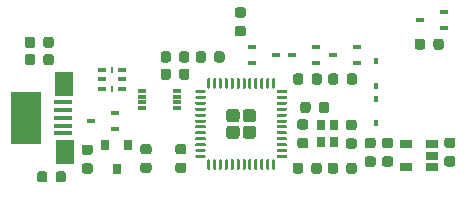
<source format=gbr>
G04 #@! TF.GenerationSoftware,KiCad,Pcbnew,(5.1.8-0-10_14)*
G04 #@! TF.CreationDate,2020-12-21T23:46:11-08:00*
G04 #@! TF.ProjectId,Compact,436f6d70-6163-4742-9e6b-696361645f70,rev?*
G04 #@! TF.SameCoordinates,Original*
G04 #@! TF.FileFunction,Paste,Top*
G04 #@! TF.FilePolarity,Positive*
%FSLAX46Y46*%
G04 Gerber Fmt 4.6, Leading zero omitted, Abs format (unit mm)*
G04 Created by KiCad (PCBNEW (5.1.8-0-10_14)) date 2020-12-21 23:46:11*
%MOMM*%
%LPD*%
G01*
G04 APERTURE LIST*
%ADD10R,0.700000X0.450000*%
%ADD11R,0.250000X0.600000*%
%ADD12R,0.700000X0.400000*%
%ADD13R,0.800000X0.350000*%
%ADD14R,0.450000X0.600000*%
%ADD15R,0.750000X0.300000*%
%ADD16R,1.060000X0.650000*%
%ADD17R,0.800000X0.900000*%
%ADD18R,2.500000X4.400000*%
%ADD19R,1.650000X0.400000*%
%ADD20R,1.500000X2.000000*%
G04 APERTURE END LIST*
D10*
X134950000Y-100820000D03*
X134950000Y-99520000D03*
X132950000Y-100170000D03*
D11*
X134710000Y-97425000D03*
X134710000Y-95825000D03*
D12*
X135560000Y-95825000D03*
X135560000Y-97425000D03*
D13*
X135560000Y-96625000D03*
D12*
X133860000Y-97425000D03*
D13*
X133860000Y-96625000D03*
D12*
X133860000Y-95825000D03*
D14*
X157075000Y-100375000D03*
X157075000Y-98275000D03*
X157075000Y-97175000D03*
X157075000Y-95075000D03*
D15*
X140200000Y-97600000D03*
X140200000Y-98100000D03*
X140200000Y-98600000D03*
X140200000Y-99100000D03*
X137300000Y-99100000D03*
X137300000Y-98600000D03*
X137300000Y-98100000D03*
X137300000Y-97600000D03*
G36*
G01*
X148525000Y-103487500D02*
X148525000Y-104237500D01*
G75*
G02*
X148462500Y-104300000I-62500J0D01*
G01*
X148337500Y-104300000D01*
G75*
G02*
X148275000Y-104237500I0J62500D01*
G01*
X148275000Y-103487500D01*
G75*
G02*
X148337500Y-103425000I62500J0D01*
G01*
X148462500Y-103425000D01*
G75*
G02*
X148525000Y-103487500I0J-62500D01*
G01*
G37*
G36*
G01*
X148025000Y-103487500D02*
X148025000Y-104237500D01*
G75*
G02*
X147962500Y-104300000I-62500J0D01*
G01*
X147837500Y-104300000D01*
G75*
G02*
X147775000Y-104237500I0J62500D01*
G01*
X147775000Y-103487500D01*
G75*
G02*
X147837500Y-103425000I62500J0D01*
G01*
X147962500Y-103425000D01*
G75*
G02*
X148025000Y-103487500I0J-62500D01*
G01*
G37*
G36*
G01*
X147525000Y-103487500D02*
X147525000Y-104237500D01*
G75*
G02*
X147462500Y-104300000I-62500J0D01*
G01*
X147337500Y-104300000D01*
G75*
G02*
X147275000Y-104237500I0J62500D01*
G01*
X147275000Y-103487500D01*
G75*
G02*
X147337500Y-103425000I62500J0D01*
G01*
X147462500Y-103425000D01*
G75*
G02*
X147525000Y-103487500I0J-62500D01*
G01*
G37*
G36*
G01*
X147025000Y-103487500D02*
X147025000Y-104237500D01*
G75*
G02*
X146962500Y-104300000I-62500J0D01*
G01*
X146837500Y-104300000D01*
G75*
G02*
X146775000Y-104237500I0J62500D01*
G01*
X146775000Y-103487500D01*
G75*
G02*
X146837500Y-103425000I62500J0D01*
G01*
X146962500Y-103425000D01*
G75*
G02*
X147025000Y-103487500I0J-62500D01*
G01*
G37*
G36*
G01*
X146525000Y-103487500D02*
X146525000Y-104237500D01*
G75*
G02*
X146462500Y-104300000I-62500J0D01*
G01*
X146337500Y-104300000D01*
G75*
G02*
X146275000Y-104237500I0J62500D01*
G01*
X146275000Y-103487500D01*
G75*
G02*
X146337500Y-103425000I62500J0D01*
G01*
X146462500Y-103425000D01*
G75*
G02*
X146525000Y-103487500I0J-62500D01*
G01*
G37*
G36*
G01*
X146025000Y-103487500D02*
X146025000Y-104237500D01*
G75*
G02*
X145962500Y-104300000I-62500J0D01*
G01*
X145837500Y-104300000D01*
G75*
G02*
X145775000Y-104237500I0J62500D01*
G01*
X145775000Y-103487500D01*
G75*
G02*
X145837500Y-103425000I62500J0D01*
G01*
X145962500Y-103425000D01*
G75*
G02*
X146025000Y-103487500I0J-62500D01*
G01*
G37*
G36*
G01*
X145525000Y-103487500D02*
X145525000Y-104237500D01*
G75*
G02*
X145462500Y-104300000I-62500J0D01*
G01*
X145337500Y-104300000D01*
G75*
G02*
X145275000Y-104237500I0J62500D01*
G01*
X145275000Y-103487500D01*
G75*
G02*
X145337500Y-103425000I62500J0D01*
G01*
X145462500Y-103425000D01*
G75*
G02*
X145525000Y-103487500I0J-62500D01*
G01*
G37*
G36*
G01*
X145025000Y-103487500D02*
X145025000Y-104237500D01*
G75*
G02*
X144962500Y-104300000I-62500J0D01*
G01*
X144837500Y-104300000D01*
G75*
G02*
X144775000Y-104237500I0J62500D01*
G01*
X144775000Y-103487500D01*
G75*
G02*
X144837500Y-103425000I62500J0D01*
G01*
X144962500Y-103425000D01*
G75*
G02*
X145025000Y-103487500I0J-62500D01*
G01*
G37*
G36*
G01*
X144525000Y-103487500D02*
X144525000Y-104237500D01*
G75*
G02*
X144462500Y-104300000I-62500J0D01*
G01*
X144337500Y-104300000D01*
G75*
G02*
X144275000Y-104237500I0J62500D01*
G01*
X144275000Y-103487500D01*
G75*
G02*
X144337500Y-103425000I62500J0D01*
G01*
X144462500Y-103425000D01*
G75*
G02*
X144525000Y-103487500I0J-62500D01*
G01*
G37*
G36*
G01*
X144025000Y-103487500D02*
X144025000Y-104237500D01*
G75*
G02*
X143962500Y-104300000I-62500J0D01*
G01*
X143837500Y-104300000D01*
G75*
G02*
X143775000Y-104237500I0J62500D01*
G01*
X143775000Y-103487500D01*
G75*
G02*
X143837500Y-103425000I62500J0D01*
G01*
X143962500Y-103425000D01*
G75*
G02*
X144025000Y-103487500I0J-62500D01*
G01*
G37*
G36*
G01*
X143525000Y-103487500D02*
X143525000Y-104237500D01*
G75*
G02*
X143462500Y-104300000I-62500J0D01*
G01*
X143337500Y-104300000D01*
G75*
G02*
X143275000Y-104237500I0J62500D01*
G01*
X143275000Y-103487500D01*
G75*
G02*
X143337500Y-103425000I62500J0D01*
G01*
X143462500Y-103425000D01*
G75*
G02*
X143525000Y-103487500I0J-62500D01*
G01*
G37*
G36*
G01*
X143025000Y-103487500D02*
X143025000Y-104237500D01*
G75*
G02*
X142962500Y-104300000I-62500J0D01*
G01*
X142837500Y-104300000D01*
G75*
G02*
X142775000Y-104237500I0J62500D01*
G01*
X142775000Y-103487500D01*
G75*
G02*
X142837500Y-103425000I62500J0D01*
G01*
X142962500Y-103425000D01*
G75*
G02*
X143025000Y-103487500I0J-62500D01*
G01*
G37*
G36*
G01*
X142650000Y-103112500D02*
X142650000Y-103237500D01*
G75*
G02*
X142587500Y-103300000I-62500J0D01*
G01*
X141837500Y-103300000D01*
G75*
G02*
X141775000Y-103237500I0J62500D01*
G01*
X141775000Y-103112500D01*
G75*
G02*
X141837500Y-103050000I62500J0D01*
G01*
X142587500Y-103050000D01*
G75*
G02*
X142650000Y-103112500I0J-62500D01*
G01*
G37*
G36*
G01*
X142650000Y-102612500D02*
X142650000Y-102737500D01*
G75*
G02*
X142587500Y-102800000I-62500J0D01*
G01*
X141837500Y-102800000D01*
G75*
G02*
X141775000Y-102737500I0J62500D01*
G01*
X141775000Y-102612500D01*
G75*
G02*
X141837500Y-102550000I62500J0D01*
G01*
X142587500Y-102550000D01*
G75*
G02*
X142650000Y-102612500I0J-62500D01*
G01*
G37*
G36*
G01*
X142650000Y-102112500D02*
X142650000Y-102237500D01*
G75*
G02*
X142587500Y-102300000I-62500J0D01*
G01*
X141837500Y-102300000D01*
G75*
G02*
X141775000Y-102237500I0J62500D01*
G01*
X141775000Y-102112500D01*
G75*
G02*
X141837500Y-102050000I62500J0D01*
G01*
X142587500Y-102050000D01*
G75*
G02*
X142650000Y-102112500I0J-62500D01*
G01*
G37*
G36*
G01*
X142650000Y-101612500D02*
X142650000Y-101737500D01*
G75*
G02*
X142587500Y-101800000I-62500J0D01*
G01*
X141837500Y-101800000D01*
G75*
G02*
X141775000Y-101737500I0J62500D01*
G01*
X141775000Y-101612500D01*
G75*
G02*
X141837500Y-101550000I62500J0D01*
G01*
X142587500Y-101550000D01*
G75*
G02*
X142650000Y-101612500I0J-62500D01*
G01*
G37*
G36*
G01*
X142650000Y-101112500D02*
X142650000Y-101237500D01*
G75*
G02*
X142587500Y-101300000I-62500J0D01*
G01*
X141837500Y-101300000D01*
G75*
G02*
X141775000Y-101237500I0J62500D01*
G01*
X141775000Y-101112500D01*
G75*
G02*
X141837500Y-101050000I62500J0D01*
G01*
X142587500Y-101050000D01*
G75*
G02*
X142650000Y-101112500I0J-62500D01*
G01*
G37*
G36*
G01*
X142650000Y-100612500D02*
X142650000Y-100737500D01*
G75*
G02*
X142587500Y-100800000I-62500J0D01*
G01*
X141837500Y-100800000D01*
G75*
G02*
X141775000Y-100737500I0J62500D01*
G01*
X141775000Y-100612500D01*
G75*
G02*
X141837500Y-100550000I62500J0D01*
G01*
X142587500Y-100550000D01*
G75*
G02*
X142650000Y-100612500I0J-62500D01*
G01*
G37*
G36*
G01*
X142650000Y-100112500D02*
X142650000Y-100237500D01*
G75*
G02*
X142587500Y-100300000I-62500J0D01*
G01*
X141837500Y-100300000D01*
G75*
G02*
X141775000Y-100237500I0J62500D01*
G01*
X141775000Y-100112500D01*
G75*
G02*
X141837500Y-100050000I62500J0D01*
G01*
X142587500Y-100050000D01*
G75*
G02*
X142650000Y-100112500I0J-62500D01*
G01*
G37*
G36*
G01*
X142650000Y-99612500D02*
X142650000Y-99737500D01*
G75*
G02*
X142587500Y-99800000I-62500J0D01*
G01*
X141837500Y-99800000D01*
G75*
G02*
X141775000Y-99737500I0J62500D01*
G01*
X141775000Y-99612500D01*
G75*
G02*
X141837500Y-99550000I62500J0D01*
G01*
X142587500Y-99550000D01*
G75*
G02*
X142650000Y-99612500I0J-62500D01*
G01*
G37*
G36*
G01*
X142650000Y-99112500D02*
X142650000Y-99237500D01*
G75*
G02*
X142587500Y-99300000I-62500J0D01*
G01*
X141837500Y-99300000D01*
G75*
G02*
X141775000Y-99237500I0J62500D01*
G01*
X141775000Y-99112500D01*
G75*
G02*
X141837500Y-99050000I62500J0D01*
G01*
X142587500Y-99050000D01*
G75*
G02*
X142650000Y-99112500I0J-62500D01*
G01*
G37*
G36*
G01*
X142650000Y-98612500D02*
X142650000Y-98737500D01*
G75*
G02*
X142587500Y-98800000I-62500J0D01*
G01*
X141837500Y-98800000D01*
G75*
G02*
X141775000Y-98737500I0J62500D01*
G01*
X141775000Y-98612500D01*
G75*
G02*
X141837500Y-98550000I62500J0D01*
G01*
X142587500Y-98550000D01*
G75*
G02*
X142650000Y-98612500I0J-62500D01*
G01*
G37*
G36*
G01*
X142650000Y-98112500D02*
X142650000Y-98237500D01*
G75*
G02*
X142587500Y-98300000I-62500J0D01*
G01*
X141837500Y-98300000D01*
G75*
G02*
X141775000Y-98237500I0J62500D01*
G01*
X141775000Y-98112500D01*
G75*
G02*
X141837500Y-98050000I62500J0D01*
G01*
X142587500Y-98050000D01*
G75*
G02*
X142650000Y-98112500I0J-62500D01*
G01*
G37*
G36*
G01*
X142650000Y-97612500D02*
X142650000Y-97737500D01*
G75*
G02*
X142587500Y-97800000I-62500J0D01*
G01*
X141837500Y-97800000D01*
G75*
G02*
X141775000Y-97737500I0J62500D01*
G01*
X141775000Y-97612500D01*
G75*
G02*
X141837500Y-97550000I62500J0D01*
G01*
X142587500Y-97550000D01*
G75*
G02*
X142650000Y-97612500I0J-62500D01*
G01*
G37*
G36*
G01*
X143025000Y-96612500D02*
X143025000Y-97362500D01*
G75*
G02*
X142962500Y-97425000I-62500J0D01*
G01*
X142837500Y-97425000D01*
G75*
G02*
X142775000Y-97362500I0J62500D01*
G01*
X142775000Y-96612500D01*
G75*
G02*
X142837500Y-96550000I62500J0D01*
G01*
X142962500Y-96550000D01*
G75*
G02*
X143025000Y-96612500I0J-62500D01*
G01*
G37*
G36*
G01*
X143525000Y-96612500D02*
X143525000Y-97362500D01*
G75*
G02*
X143462500Y-97425000I-62500J0D01*
G01*
X143337500Y-97425000D01*
G75*
G02*
X143275000Y-97362500I0J62500D01*
G01*
X143275000Y-96612500D01*
G75*
G02*
X143337500Y-96550000I62500J0D01*
G01*
X143462500Y-96550000D01*
G75*
G02*
X143525000Y-96612500I0J-62500D01*
G01*
G37*
G36*
G01*
X144025000Y-96612500D02*
X144025000Y-97362500D01*
G75*
G02*
X143962500Y-97425000I-62500J0D01*
G01*
X143837500Y-97425000D01*
G75*
G02*
X143775000Y-97362500I0J62500D01*
G01*
X143775000Y-96612500D01*
G75*
G02*
X143837500Y-96550000I62500J0D01*
G01*
X143962500Y-96550000D01*
G75*
G02*
X144025000Y-96612500I0J-62500D01*
G01*
G37*
G36*
G01*
X144525000Y-96612500D02*
X144525000Y-97362500D01*
G75*
G02*
X144462500Y-97425000I-62500J0D01*
G01*
X144337500Y-97425000D01*
G75*
G02*
X144275000Y-97362500I0J62500D01*
G01*
X144275000Y-96612500D01*
G75*
G02*
X144337500Y-96550000I62500J0D01*
G01*
X144462500Y-96550000D01*
G75*
G02*
X144525000Y-96612500I0J-62500D01*
G01*
G37*
G36*
G01*
X145025000Y-96612500D02*
X145025000Y-97362500D01*
G75*
G02*
X144962500Y-97425000I-62500J0D01*
G01*
X144837500Y-97425000D01*
G75*
G02*
X144775000Y-97362500I0J62500D01*
G01*
X144775000Y-96612500D01*
G75*
G02*
X144837500Y-96550000I62500J0D01*
G01*
X144962500Y-96550000D01*
G75*
G02*
X145025000Y-96612500I0J-62500D01*
G01*
G37*
G36*
G01*
X145525000Y-96612500D02*
X145525000Y-97362500D01*
G75*
G02*
X145462500Y-97425000I-62500J0D01*
G01*
X145337500Y-97425000D01*
G75*
G02*
X145275000Y-97362500I0J62500D01*
G01*
X145275000Y-96612500D01*
G75*
G02*
X145337500Y-96550000I62500J0D01*
G01*
X145462500Y-96550000D01*
G75*
G02*
X145525000Y-96612500I0J-62500D01*
G01*
G37*
G36*
G01*
X146025000Y-96612500D02*
X146025000Y-97362500D01*
G75*
G02*
X145962500Y-97425000I-62500J0D01*
G01*
X145837500Y-97425000D01*
G75*
G02*
X145775000Y-97362500I0J62500D01*
G01*
X145775000Y-96612500D01*
G75*
G02*
X145837500Y-96550000I62500J0D01*
G01*
X145962500Y-96550000D01*
G75*
G02*
X146025000Y-96612500I0J-62500D01*
G01*
G37*
G36*
G01*
X146525000Y-96612500D02*
X146525000Y-97362500D01*
G75*
G02*
X146462500Y-97425000I-62500J0D01*
G01*
X146337500Y-97425000D01*
G75*
G02*
X146275000Y-97362500I0J62500D01*
G01*
X146275000Y-96612500D01*
G75*
G02*
X146337500Y-96550000I62500J0D01*
G01*
X146462500Y-96550000D01*
G75*
G02*
X146525000Y-96612500I0J-62500D01*
G01*
G37*
G36*
G01*
X147025000Y-96612500D02*
X147025000Y-97362500D01*
G75*
G02*
X146962500Y-97425000I-62500J0D01*
G01*
X146837500Y-97425000D01*
G75*
G02*
X146775000Y-97362500I0J62500D01*
G01*
X146775000Y-96612500D01*
G75*
G02*
X146837500Y-96550000I62500J0D01*
G01*
X146962500Y-96550000D01*
G75*
G02*
X147025000Y-96612500I0J-62500D01*
G01*
G37*
G36*
G01*
X147525000Y-96612500D02*
X147525000Y-97362500D01*
G75*
G02*
X147462500Y-97425000I-62500J0D01*
G01*
X147337500Y-97425000D01*
G75*
G02*
X147275000Y-97362500I0J62500D01*
G01*
X147275000Y-96612500D01*
G75*
G02*
X147337500Y-96550000I62500J0D01*
G01*
X147462500Y-96550000D01*
G75*
G02*
X147525000Y-96612500I0J-62500D01*
G01*
G37*
G36*
G01*
X148025000Y-96612500D02*
X148025000Y-97362500D01*
G75*
G02*
X147962500Y-97425000I-62500J0D01*
G01*
X147837500Y-97425000D01*
G75*
G02*
X147775000Y-97362500I0J62500D01*
G01*
X147775000Y-96612500D01*
G75*
G02*
X147837500Y-96550000I62500J0D01*
G01*
X147962500Y-96550000D01*
G75*
G02*
X148025000Y-96612500I0J-62500D01*
G01*
G37*
G36*
G01*
X148525000Y-96612500D02*
X148525000Y-97362500D01*
G75*
G02*
X148462500Y-97425000I-62500J0D01*
G01*
X148337500Y-97425000D01*
G75*
G02*
X148275000Y-97362500I0J62500D01*
G01*
X148275000Y-96612500D01*
G75*
G02*
X148337500Y-96550000I62500J0D01*
G01*
X148462500Y-96550000D01*
G75*
G02*
X148525000Y-96612500I0J-62500D01*
G01*
G37*
G36*
G01*
X149525000Y-97612500D02*
X149525000Y-97737500D01*
G75*
G02*
X149462500Y-97800000I-62500J0D01*
G01*
X148712500Y-97800000D01*
G75*
G02*
X148650000Y-97737500I0J62500D01*
G01*
X148650000Y-97612500D01*
G75*
G02*
X148712500Y-97550000I62500J0D01*
G01*
X149462500Y-97550000D01*
G75*
G02*
X149525000Y-97612500I0J-62500D01*
G01*
G37*
G36*
G01*
X149525000Y-98112500D02*
X149525000Y-98237500D01*
G75*
G02*
X149462500Y-98300000I-62500J0D01*
G01*
X148712500Y-98300000D01*
G75*
G02*
X148650000Y-98237500I0J62500D01*
G01*
X148650000Y-98112500D01*
G75*
G02*
X148712500Y-98050000I62500J0D01*
G01*
X149462500Y-98050000D01*
G75*
G02*
X149525000Y-98112500I0J-62500D01*
G01*
G37*
G36*
G01*
X149525000Y-98612500D02*
X149525000Y-98737500D01*
G75*
G02*
X149462500Y-98800000I-62500J0D01*
G01*
X148712500Y-98800000D01*
G75*
G02*
X148650000Y-98737500I0J62500D01*
G01*
X148650000Y-98612500D01*
G75*
G02*
X148712500Y-98550000I62500J0D01*
G01*
X149462500Y-98550000D01*
G75*
G02*
X149525000Y-98612500I0J-62500D01*
G01*
G37*
G36*
G01*
X149525000Y-99112500D02*
X149525000Y-99237500D01*
G75*
G02*
X149462500Y-99300000I-62500J0D01*
G01*
X148712500Y-99300000D01*
G75*
G02*
X148650000Y-99237500I0J62500D01*
G01*
X148650000Y-99112500D01*
G75*
G02*
X148712500Y-99050000I62500J0D01*
G01*
X149462500Y-99050000D01*
G75*
G02*
X149525000Y-99112500I0J-62500D01*
G01*
G37*
G36*
G01*
X149525000Y-99612500D02*
X149525000Y-99737500D01*
G75*
G02*
X149462500Y-99800000I-62500J0D01*
G01*
X148712500Y-99800000D01*
G75*
G02*
X148650000Y-99737500I0J62500D01*
G01*
X148650000Y-99612500D01*
G75*
G02*
X148712500Y-99550000I62500J0D01*
G01*
X149462500Y-99550000D01*
G75*
G02*
X149525000Y-99612500I0J-62500D01*
G01*
G37*
G36*
G01*
X149525000Y-100112500D02*
X149525000Y-100237500D01*
G75*
G02*
X149462500Y-100300000I-62500J0D01*
G01*
X148712500Y-100300000D01*
G75*
G02*
X148650000Y-100237500I0J62500D01*
G01*
X148650000Y-100112500D01*
G75*
G02*
X148712500Y-100050000I62500J0D01*
G01*
X149462500Y-100050000D01*
G75*
G02*
X149525000Y-100112500I0J-62500D01*
G01*
G37*
G36*
G01*
X149525000Y-100612500D02*
X149525000Y-100737500D01*
G75*
G02*
X149462500Y-100800000I-62500J0D01*
G01*
X148712500Y-100800000D01*
G75*
G02*
X148650000Y-100737500I0J62500D01*
G01*
X148650000Y-100612500D01*
G75*
G02*
X148712500Y-100550000I62500J0D01*
G01*
X149462500Y-100550000D01*
G75*
G02*
X149525000Y-100612500I0J-62500D01*
G01*
G37*
G36*
G01*
X149525000Y-101112500D02*
X149525000Y-101237500D01*
G75*
G02*
X149462500Y-101300000I-62500J0D01*
G01*
X148712500Y-101300000D01*
G75*
G02*
X148650000Y-101237500I0J62500D01*
G01*
X148650000Y-101112500D01*
G75*
G02*
X148712500Y-101050000I62500J0D01*
G01*
X149462500Y-101050000D01*
G75*
G02*
X149525000Y-101112500I0J-62500D01*
G01*
G37*
G36*
G01*
X149525000Y-101612500D02*
X149525000Y-101737500D01*
G75*
G02*
X149462500Y-101800000I-62500J0D01*
G01*
X148712500Y-101800000D01*
G75*
G02*
X148650000Y-101737500I0J62500D01*
G01*
X148650000Y-101612500D01*
G75*
G02*
X148712500Y-101550000I62500J0D01*
G01*
X149462500Y-101550000D01*
G75*
G02*
X149525000Y-101612500I0J-62500D01*
G01*
G37*
G36*
G01*
X149525000Y-102112500D02*
X149525000Y-102237500D01*
G75*
G02*
X149462500Y-102300000I-62500J0D01*
G01*
X148712500Y-102300000D01*
G75*
G02*
X148650000Y-102237500I0J62500D01*
G01*
X148650000Y-102112500D01*
G75*
G02*
X148712500Y-102050000I62500J0D01*
G01*
X149462500Y-102050000D01*
G75*
G02*
X149525000Y-102112500I0J-62500D01*
G01*
G37*
G36*
G01*
X149525000Y-102612500D02*
X149525000Y-102737500D01*
G75*
G02*
X149462500Y-102800000I-62500J0D01*
G01*
X148712500Y-102800000D01*
G75*
G02*
X148650000Y-102737500I0J62500D01*
G01*
X148650000Y-102612500D01*
G75*
G02*
X148712500Y-102550000I62500J0D01*
G01*
X149462500Y-102550000D01*
G75*
G02*
X149525000Y-102612500I0J-62500D01*
G01*
G37*
G36*
G01*
X149525000Y-103112500D02*
X149525000Y-103237500D01*
G75*
G02*
X149462500Y-103300000I-62500J0D01*
G01*
X148712500Y-103300000D01*
G75*
G02*
X148650000Y-103237500I0J62500D01*
G01*
X148650000Y-103112500D01*
G75*
G02*
X148712500Y-103050000I62500J0D01*
G01*
X149462500Y-103050000D01*
G75*
G02*
X149525000Y-103112500I0J-62500D01*
G01*
G37*
G36*
G01*
X145515000Y-99410000D02*
X145515000Y-100040000D01*
G75*
G02*
X145265000Y-100290000I-250000J0D01*
G01*
X144635000Y-100290000D01*
G75*
G02*
X144385000Y-100040000I0J250000D01*
G01*
X144385000Y-99410000D01*
G75*
G02*
X144635000Y-99160000I250000J0D01*
G01*
X145265000Y-99160000D01*
G75*
G02*
X145515000Y-99410000I0J-250000D01*
G01*
G37*
G36*
G01*
X145515000Y-100810000D02*
X145515000Y-101440000D01*
G75*
G02*
X145265000Y-101690000I-250000J0D01*
G01*
X144635000Y-101690000D01*
G75*
G02*
X144385000Y-101440000I0J250000D01*
G01*
X144385000Y-100810000D01*
G75*
G02*
X144635000Y-100560000I250000J0D01*
G01*
X145265000Y-100560000D01*
G75*
G02*
X145515000Y-100810000I0J-250000D01*
G01*
G37*
G36*
G01*
X146915000Y-99410000D02*
X146915000Y-100040000D01*
G75*
G02*
X146665000Y-100290000I-250000J0D01*
G01*
X146035000Y-100290000D01*
G75*
G02*
X145785000Y-100040000I0J250000D01*
G01*
X145785000Y-99410000D01*
G75*
G02*
X146035000Y-99160000I250000J0D01*
G01*
X146665000Y-99160000D01*
G75*
G02*
X146915000Y-99410000I0J-250000D01*
G01*
G37*
G36*
G01*
X146915000Y-100810000D02*
X146915000Y-101440000D01*
G75*
G02*
X146665000Y-101690000I-250000J0D01*
G01*
X146035000Y-101690000D01*
G75*
G02*
X145785000Y-101440000I0J250000D01*
G01*
X145785000Y-100810000D01*
G75*
G02*
X146035000Y-100560000I250000J0D01*
G01*
X146665000Y-100560000D01*
G75*
G02*
X146915000Y-100810000I0J-250000D01*
G01*
G37*
D10*
X153425000Y-94575000D03*
X155425000Y-93925000D03*
X155425000Y-95225000D03*
G36*
G01*
X145831250Y-91425000D02*
X145318750Y-91425000D01*
G75*
G02*
X145100000Y-91206250I0J218750D01*
G01*
X145100000Y-90768750D01*
G75*
G02*
X145318750Y-90550000I218750J0D01*
G01*
X145831250Y-90550000D01*
G75*
G02*
X146050000Y-90768750I0J-218750D01*
G01*
X146050000Y-91206250D01*
G75*
G02*
X145831250Y-91425000I-218750J0D01*
G01*
G37*
G36*
G01*
X145831250Y-93000000D02*
X145318750Y-93000000D01*
G75*
G02*
X145100000Y-92781250I0J218750D01*
G01*
X145100000Y-92343750D01*
G75*
G02*
X145318750Y-92125000I218750J0D01*
G01*
X145831250Y-92125000D01*
G75*
G02*
X146050000Y-92343750I0J-218750D01*
G01*
X146050000Y-92781250D01*
G75*
G02*
X145831250Y-93000000I-218750J0D01*
G01*
G37*
G36*
G01*
X151625000Y-96881250D02*
X151625000Y-96368750D01*
G75*
G02*
X151843750Y-96150000I218750J0D01*
G01*
X152281250Y-96150000D01*
G75*
G02*
X152500000Y-96368750I0J-218750D01*
G01*
X152500000Y-96881250D01*
G75*
G02*
X152281250Y-97100000I-218750J0D01*
G01*
X151843750Y-97100000D01*
G75*
G02*
X151625000Y-96881250I0J218750D01*
G01*
G37*
G36*
G01*
X150050000Y-96881250D02*
X150050000Y-96368750D01*
G75*
G02*
X150268750Y-96150000I218750J0D01*
G01*
X150706250Y-96150000D01*
G75*
G02*
X150925000Y-96368750I0J-218750D01*
G01*
X150925000Y-96881250D01*
G75*
G02*
X150706250Y-97100000I-218750J0D01*
G01*
X150268750Y-97100000D01*
G75*
G02*
X150050000Y-96881250I0J218750D01*
G01*
G37*
G36*
G01*
X153895000Y-96368750D02*
X153895000Y-96881250D01*
G75*
G02*
X153676250Y-97100000I-218750J0D01*
G01*
X153238750Y-97100000D01*
G75*
G02*
X153020000Y-96881250I0J218750D01*
G01*
X153020000Y-96368750D01*
G75*
G02*
X153238750Y-96150000I218750J0D01*
G01*
X153676250Y-96150000D01*
G75*
G02*
X153895000Y-96368750I0J-218750D01*
G01*
G37*
G36*
G01*
X155470000Y-96368750D02*
X155470000Y-96881250D01*
G75*
G02*
X155251250Y-97100000I-218750J0D01*
G01*
X154813750Y-97100000D01*
G75*
G02*
X154595000Y-96881250I0J218750D01*
G01*
X154595000Y-96368750D01*
G75*
G02*
X154813750Y-96150000I218750J0D01*
G01*
X155251250Y-96150000D01*
G75*
G02*
X155470000Y-96368750I0J-218750D01*
G01*
G37*
G36*
G01*
X161930000Y-93926250D02*
X161930000Y-93413750D01*
G75*
G02*
X162148750Y-93195000I218750J0D01*
G01*
X162586250Y-93195000D01*
G75*
G02*
X162805000Y-93413750I0J-218750D01*
G01*
X162805000Y-93926250D01*
G75*
G02*
X162586250Y-94145000I-218750J0D01*
G01*
X162148750Y-94145000D01*
G75*
G02*
X161930000Y-93926250I0J218750D01*
G01*
G37*
G36*
G01*
X160355000Y-93926250D02*
X160355000Y-93413750D01*
G75*
G02*
X160573750Y-93195000I218750J0D01*
G01*
X161011250Y-93195000D01*
G75*
G02*
X161230000Y-93413750I0J-218750D01*
G01*
X161230000Y-93926250D01*
G75*
G02*
X161011250Y-94145000I-218750J0D01*
G01*
X160573750Y-94145000D01*
G75*
G02*
X160355000Y-93926250I0J218750D01*
G01*
G37*
X148600000Y-94575000D03*
X146600000Y-95225000D03*
X146600000Y-93925000D03*
X150000000Y-94575000D03*
X152000000Y-93925000D03*
X152000000Y-95225000D03*
X160790000Y-91630000D03*
X162790000Y-90980000D03*
X162790000Y-92280000D03*
D16*
X159590000Y-104050000D03*
X159590000Y-102150000D03*
X161790000Y-102150000D03*
X161790000Y-103100000D03*
X161790000Y-104050000D03*
G36*
G01*
X128900000Y-93771250D02*
X128900000Y-93258750D01*
G75*
G02*
X129118750Y-93040000I218750J0D01*
G01*
X129556250Y-93040000D01*
G75*
G02*
X129775000Y-93258750I0J-218750D01*
G01*
X129775000Y-93771250D01*
G75*
G02*
X129556250Y-93990000I-218750J0D01*
G01*
X129118750Y-93990000D01*
G75*
G02*
X128900000Y-93771250I0J218750D01*
G01*
G37*
G36*
G01*
X127325000Y-93771250D02*
X127325000Y-93258750D01*
G75*
G02*
X127543750Y-93040000I218750J0D01*
G01*
X127981250Y-93040000D01*
G75*
G02*
X128200000Y-93258750I0J-218750D01*
G01*
X128200000Y-93771250D01*
G75*
G02*
X127981250Y-93990000I-218750J0D01*
G01*
X127543750Y-93990000D01*
G75*
G02*
X127325000Y-93771250I0J218750D01*
G01*
G37*
G36*
G01*
X156318750Y-103175000D02*
X156831250Y-103175000D01*
G75*
G02*
X157050000Y-103393750I0J-218750D01*
G01*
X157050000Y-103831250D01*
G75*
G02*
X156831250Y-104050000I-218750J0D01*
G01*
X156318750Y-104050000D01*
G75*
G02*
X156100000Y-103831250I0J218750D01*
G01*
X156100000Y-103393750D01*
G75*
G02*
X156318750Y-103175000I218750J0D01*
G01*
G37*
G36*
G01*
X156318750Y-101600000D02*
X156831250Y-101600000D01*
G75*
G02*
X157050000Y-101818750I0J-218750D01*
G01*
X157050000Y-102256250D01*
G75*
G02*
X156831250Y-102475000I-218750J0D01*
G01*
X156318750Y-102475000D01*
G75*
G02*
X156100000Y-102256250I0J218750D01*
G01*
X156100000Y-101818750D01*
G75*
G02*
X156318750Y-101600000I218750J0D01*
G01*
G37*
G36*
G01*
X128900000Y-95231250D02*
X128900000Y-94718750D01*
G75*
G02*
X129118750Y-94500000I218750J0D01*
G01*
X129556250Y-94500000D01*
G75*
G02*
X129775000Y-94718750I0J-218750D01*
G01*
X129775000Y-95231250D01*
G75*
G02*
X129556250Y-95450000I-218750J0D01*
G01*
X129118750Y-95450000D01*
G75*
G02*
X128900000Y-95231250I0J218750D01*
G01*
G37*
G36*
G01*
X127325000Y-95231250D02*
X127325000Y-94718750D01*
G75*
G02*
X127543750Y-94500000I218750J0D01*
G01*
X127981250Y-94500000D01*
G75*
G02*
X128200000Y-94718750I0J-218750D01*
G01*
X128200000Y-95231250D01*
G75*
G02*
X127981250Y-95450000I-218750J0D01*
G01*
X127543750Y-95450000D01*
G75*
G02*
X127325000Y-95231250I0J218750D01*
G01*
G37*
G36*
G01*
X163068750Y-103155000D02*
X163581250Y-103155000D01*
G75*
G02*
X163800000Y-103373750I0J-218750D01*
G01*
X163800000Y-103811250D01*
G75*
G02*
X163581250Y-104030000I-218750J0D01*
G01*
X163068750Y-104030000D01*
G75*
G02*
X162850000Y-103811250I0J218750D01*
G01*
X162850000Y-103373750D01*
G75*
G02*
X163068750Y-103155000I218750J0D01*
G01*
G37*
G36*
G01*
X163068750Y-101580000D02*
X163581250Y-101580000D01*
G75*
G02*
X163800000Y-101798750I0J-218750D01*
G01*
X163800000Y-102236250D01*
G75*
G02*
X163581250Y-102455000I-218750J0D01*
G01*
X163068750Y-102455000D01*
G75*
G02*
X162850000Y-102236250I0J218750D01*
G01*
X162850000Y-101798750D01*
G75*
G02*
X163068750Y-101580000I218750J0D01*
G01*
G37*
G36*
G01*
X157793750Y-103175000D02*
X158306250Y-103175000D01*
G75*
G02*
X158525000Y-103393750I0J-218750D01*
G01*
X158525000Y-103831250D01*
G75*
G02*
X158306250Y-104050000I-218750J0D01*
G01*
X157793750Y-104050000D01*
G75*
G02*
X157575000Y-103831250I0J218750D01*
G01*
X157575000Y-103393750D01*
G75*
G02*
X157793750Y-103175000I218750J0D01*
G01*
G37*
G36*
G01*
X157793750Y-101600000D02*
X158306250Y-101600000D01*
G75*
G02*
X158525000Y-101818750I0J-218750D01*
G01*
X158525000Y-102256250D01*
G75*
G02*
X158306250Y-102475000I-218750J0D01*
G01*
X157793750Y-102475000D01*
G75*
G02*
X157575000Y-102256250I0J218750D01*
G01*
X157575000Y-101818750D01*
G75*
G02*
X157793750Y-101600000I218750J0D01*
G01*
G37*
G36*
G01*
X140806250Y-103000000D02*
X140293750Y-103000000D01*
G75*
G02*
X140075000Y-102781250I0J218750D01*
G01*
X140075000Y-102343750D01*
G75*
G02*
X140293750Y-102125000I218750J0D01*
G01*
X140806250Y-102125000D01*
G75*
G02*
X141025000Y-102343750I0J-218750D01*
G01*
X141025000Y-102781250D01*
G75*
G02*
X140806250Y-103000000I-218750J0D01*
G01*
G37*
G36*
G01*
X140806250Y-104575000D02*
X140293750Y-104575000D01*
G75*
G02*
X140075000Y-104356250I0J218750D01*
G01*
X140075000Y-103918750D01*
G75*
G02*
X140293750Y-103700000I218750J0D01*
G01*
X140806250Y-103700000D01*
G75*
G02*
X141025000Y-103918750I0J-218750D01*
G01*
X141025000Y-104356250D01*
G75*
G02*
X140806250Y-104575000I-218750J0D01*
G01*
G37*
G36*
G01*
X137846250Y-103000000D02*
X137333750Y-103000000D01*
G75*
G02*
X137115000Y-102781250I0J218750D01*
G01*
X137115000Y-102343750D01*
G75*
G02*
X137333750Y-102125000I218750J0D01*
G01*
X137846250Y-102125000D01*
G75*
G02*
X138065000Y-102343750I0J-218750D01*
G01*
X138065000Y-102781250D01*
G75*
G02*
X137846250Y-103000000I-218750J0D01*
G01*
G37*
G36*
G01*
X137846250Y-104575000D02*
X137333750Y-104575000D01*
G75*
G02*
X137115000Y-104356250I0J218750D01*
G01*
X137115000Y-103918750D01*
G75*
G02*
X137333750Y-103700000I218750J0D01*
G01*
X137846250Y-103700000D01*
G75*
G02*
X138065000Y-103918750I0J-218750D01*
G01*
X138065000Y-104356250D01*
G75*
G02*
X137846250Y-104575000I-218750J0D01*
G01*
G37*
D17*
X152375000Y-101925000D03*
X152375000Y-100525000D03*
X153475000Y-100525000D03*
X153475000Y-101925000D03*
X135105000Y-104195000D03*
X134155000Y-102195000D03*
X136055000Y-102195000D03*
D18*
X127440000Y-99930000D03*
D19*
X130590000Y-101205000D03*
X130590000Y-100555000D03*
X130590000Y-99905000D03*
X130590000Y-99255000D03*
X130590000Y-98605000D03*
D20*
X130710000Y-102805000D03*
X130690000Y-97055000D03*
G36*
G01*
X154560000Y-104421250D02*
X154560000Y-103908750D01*
G75*
G02*
X154778750Y-103690000I218750J0D01*
G01*
X155216250Y-103690000D01*
G75*
G02*
X155435000Y-103908750I0J-218750D01*
G01*
X155435000Y-104421250D01*
G75*
G02*
X155216250Y-104640000I-218750J0D01*
G01*
X154778750Y-104640000D01*
G75*
G02*
X154560000Y-104421250I0J218750D01*
G01*
G37*
G36*
G01*
X152985000Y-104421250D02*
X152985000Y-103908750D01*
G75*
G02*
X153203750Y-103690000I218750J0D01*
G01*
X153641250Y-103690000D01*
G75*
G02*
X153860000Y-103908750I0J-218750D01*
G01*
X153860000Y-104421250D01*
G75*
G02*
X153641250Y-104640000I-218750J0D01*
G01*
X153203750Y-104640000D01*
G75*
G02*
X152985000Y-104421250I0J218750D01*
G01*
G37*
G36*
G01*
X142675000Y-94493750D02*
X142675000Y-95006250D01*
G75*
G02*
X142456250Y-95225000I-218750J0D01*
G01*
X142018750Y-95225000D01*
G75*
G02*
X141800000Y-95006250I0J218750D01*
G01*
X141800000Y-94493750D01*
G75*
G02*
X142018750Y-94275000I218750J0D01*
G01*
X142456250Y-94275000D01*
G75*
G02*
X142675000Y-94493750I0J-218750D01*
G01*
G37*
G36*
G01*
X144250000Y-94493750D02*
X144250000Y-95006250D01*
G75*
G02*
X144031250Y-95225000I-218750J0D01*
G01*
X143593750Y-95225000D01*
G75*
G02*
X143375000Y-95006250I0J218750D01*
G01*
X143375000Y-94493750D01*
G75*
G02*
X143593750Y-94275000I218750J0D01*
G01*
X144031250Y-94275000D01*
G75*
G02*
X144250000Y-94493750I0J-218750D01*
G01*
G37*
G36*
G01*
X130825000Y-104643750D02*
X130825000Y-105156250D01*
G75*
G02*
X130606250Y-105375000I-218750J0D01*
G01*
X130168750Y-105375000D01*
G75*
G02*
X129950000Y-105156250I0J218750D01*
G01*
X129950000Y-104643750D01*
G75*
G02*
X130168750Y-104425000I218750J0D01*
G01*
X130606250Y-104425000D01*
G75*
G02*
X130825000Y-104643750I0J-218750D01*
G01*
G37*
G36*
G01*
X129250000Y-104643750D02*
X129250000Y-105156250D01*
G75*
G02*
X129031250Y-105375000I-218750J0D01*
G01*
X128593750Y-105375000D01*
G75*
G02*
X128375000Y-105156250I0J218750D01*
G01*
X128375000Y-104643750D01*
G75*
G02*
X128593750Y-104425000I218750J0D01*
G01*
X129031250Y-104425000D01*
G75*
G02*
X129250000Y-104643750I0J-218750D01*
G01*
G37*
G36*
G01*
X150618750Y-101600000D02*
X151131250Y-101600000D01*
G75*
G02*
X151350000Y-101818750I0J-218750D01*
G01*
X151350000Y-102256250D01*
G75*
G02*
X151131250Y-102475000I-218750J0D01*
G01*
X150618750Y-102475000D01*
G75*
G02*
X150400000Y-102256250I0J218750D01*
G01*
X150400000Y-101818750D01*
G75*
G02*
X150618750Y-101600000I218750J0D01*
G01*
G37*
G36*
G01*
X150618750Y-100025000D02*
X151131250Y-100025000D01*
G75*
G02*
X151350000Y-100243750I0J-218750D01*
G01*
X151350000Y-100681250D01*
G75*
G02*
X151131250Y-100900000I-218750J0D01*
G01*
X150618750Y-100900000D01*
G75*
G02*
X150400000Y-100681250I0J218750D01*
G01*
X150400000Y-100243750D01*
G75*
G02*
X150618750Y-100025000I218750J0D01*
G01*
G37*
G36*
G01*
X155231250Y-102525000D02*
X154718750Y-102525000D01*
G75*
G02*
X154500000Y-102306250I0J218750D01*
G01*
X154500000Y-101868750D01*
G75*
G02*
X154718750Y-101650000I218750J0D01*
G01*
X155231250Y-101650000D01*
G75*
G02*
X155450000Y-101868750I0J-218750D01*
G01*
X155450000Y-102306250D01*
G75*
G02*
X155231250Y-102525000I-218750J0D01*
G01*
G37*
G36*
G01*
X155231250Y-100950000D02*
X154718750Y-100950000D01*
G75*
G02*
X154500000Y-100731250I0J218750D01*
G01*
X154500000Y-100293750D01*
G75*
G02*
X154718750Y-100075000I218750J0D01*
G01*
X155231250Y-100075000D01*
G75*
G02*
X155450000Y-100293750I0J-218750D01*
G01*
X155450000Y-100731250D01*
G75*
G02*
X155231250Y-100950000I-218750J0D01*
G01*
G37*
G36*
G01*
X150900000Y-103913750D02*
X150900000Y-104426250D01*
G75*
G02*
X150681250Y-104645000I-218750J0D01*
G01*
X150243750Y-104645000D01*
G75*
G02*
X150025000Y-104426250I0J218750D01*
G01*
X150025000Y-103913750D01*
G75*
G02*
X150243750Y-103695000I218750J0D01*
G01*
X150681250Y-103695000D01*
G75*
G02*
X150900000Y-103913750I0J-218750D01*
G01*
G37*
G36*
G01*
X152475000Y-103913750D02*
X152475000Y-104426250D01*
G75*
G02*
X152256250Y-104645000I-218750J0D01*
G01*
X151818750Y-104645000D01*
G75*
G02*
X151600000Y-104426250I0J218750D01*
G01*
X151600000Y-103913750D01*
G75*
G02*
X151818750Y-103695000I218750J0D01*
G01*
X152256250Y-103695000D01*
G75*
G02*
X152475000Y-103913750I0J-218750D01*
G01*
G37*
G36*
G01*
X132881250Y-103050000D02*
X132368750Y-103050000D01*
G75*
G02*
X132150000Y-102831250I0J218750D01*
G01*
X132150000Y-102393750D01*
G75*
G02*
X132368750Y-102175000I218750J0D01*
G01*
X132881250Y-102175000D01*
G75*
G02*
X133100000Y-102393750I0J-218750D01*
G01*
X133100000Y-102831250D01*
G75*
G02*
X132881250Y-103050000I-218750J0D01*
G01*
G37*
G36*
G01*
X132881250Y-104625000D02*
X132368750Y-104625000D01*
G75*
G02*
X132150000Y-104406250I0J218750D01*
G01*
X132150000Y-103968750D01*
G75*
G02*
X132368750Y-103750000I218750J0D01*
G01*
X132881250Y-103750000D01*
G75*
G02*
X133100000Y-103968750I0J-218750D01*
G01*
X133100000Y-104406250D01*
G75*
G02*
X132881250Y-104625000I-218750J0D01*
G01*
G37*
G36*
G01*
X140400000Y-95006250D02*
X140400000Y-94493750D01*
G75*
G02*
X140618750Y-94275000I218750J0D01*
G01*
X141056250Y-94275000D01*
G75*
G02*
X141275000Y-94493750I0J-218750D01*
G01*
X141275000Y-95006250D01*
G75*
G02*
X141056250Y-95225000I-218750J0D01*
G01*
X140618750Y-95225000D01*
G75*
G02*
X140400000Y-95006250I0J218750D01*
G01*
G37*
G36*
G01*
X138825000Y-95006250D02*
X138825000Y-94493750D01*
G75*
G02*
X139043750Y-94275000I218750J0D01*
G01*
X139481250Y-94275000D01*
G75*
G02*
X139700000Y-94493750I0J-218750D01*
G01*
X139700000Y-95006250D01*
G75*
G02*
X139481250Y-95225000I-218750J0D01*
G01*
X139043750Y-95225000D01*
G75*
G02*
X138825000Y-95006250I0J218750D01*
G01*
G37*
G36*
G01*
X140400000Y-96466250D02*
X140400000Y-95953750D01*
G75*
G02*
X140618750Y-95735000I218750J0D01*
G01*
X141056250Y-95735000D01*
G75*
G02*
X141275000Y-95953750I0J-218750D01*
G01*
X141275000Y-96466250D01*
G75*
G02*
X141056250Y-96685000I-218750J0D01*
G01*
X140618750Y-96685000D01*
G75*
G02*
X140400000Y-96466250I0J218750D01*
G01*
G37*
G36*
G01*
X138825000Y-96466250D02*
X138825000Y-95953750D01*
G75*
G02*
X139043750Y-95735000I218750J0D01*
G01*
X139481250Y-95735000D01*
G75*
G02*
X139700000Y-95953750I0J-218750D01*
G01*
X139700000Y-96466250D01*
G75*
G02*
X139481250Y-96685000I-218750J0D01*
G01*
X139043750Y-96685000D01*
G75*
G02*
X138825000Y-96466250I0J218750D01*
G01*
G37*
G36*
G01*
X152225000Y-99281250D02*
X152225000Y-98768750D01*
G75*
G02*
X152443750Y-98550000I218750J0D01*
G01*
X152881250Y-98550000D01*
G75*
G02*
X153100000Y-98768750I0J-218750D01*
G01*
X153100000Y-99281250D01*
G75*
G02*
X152881250Y-99500000I-218750J0D01*
G01*
X152443750Y-99500000D01*
G75*
G02*
X152225000Y-99281250I0J218750D01*
G01*
G37*
G36*
G01*
X150650000Y-99281250D02*
X150650000Y-98768750D01*
G75*
G02*
X150868750Y-98550000I218750J0D01*
G01*
X151306250Y-98550000D01*
G75*
G02*
X151525000Y-98768750I0J-218750D01*
G01*
X151525000Y-99281250D01*
G75*
G02*
X151306250Y-99500000I-218750J0D01*
G01*
X150868750Y-99500000D01*
G75*
G02*
X150650000Y-99281250I0J218750D01*
G01*
G37*
M02*

</source>
